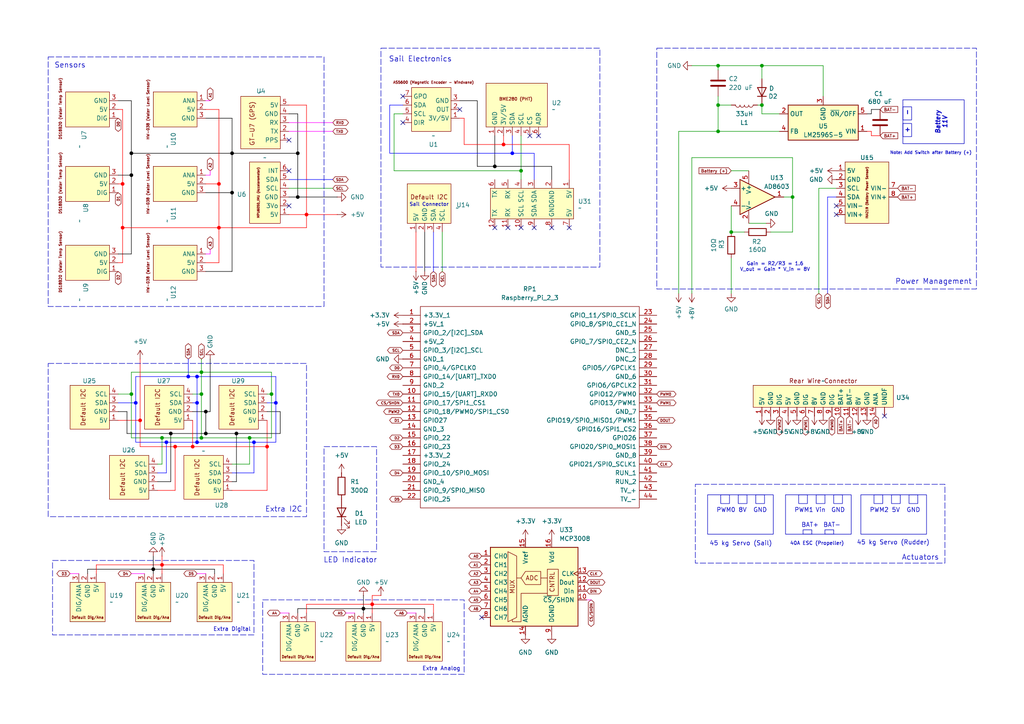
<source format=kicad_sch>
(kicad_sch (version 20231120) (generator "eeschema") (generator_version "8.0")
  (paper "A4")
  (junction (at 63.5 66.04) (color 255 0 0 1))
  (junction (at 105.41 176.53) (color 0 0 0 1))
  (junction (at 86.36 44.45) (color 0 0 0 1))
  (junction (at 107.95 175.26) (color 255 0 0 1))
  (junction (at 73.66 128.27) (color 0 0 255 1))
  (junction (at 38.1 44.45) (color 0 0 0 1))
  (junction (at 57.15 128.27) (color 0 0 255 1))
  (junction (at 58.42 107.95))
  (junction (at 72.39 127))
  (junction (at 220.98 30.48))
  (junction (at 57.15 109.22) (color 0 0 255 1))
  (junction (at 55.88 129.54) (color 255 0 0 1))
  (junction (at 208.28 30.48))
  (junction (at 48.26 128.27) (color 0 0 255 1))
  (junction (at 208.28 38.1))
  (junction (at 229.87 57.15))
  (junction (at 220.98 19.05))
  (junction (at 58.42 127))
  (junction (at 143.51 48.26) (color 0 0 0 1))
  (junction (at 35.56 66.04) (color 255 0 0 1))
  (junction (at 80.01 116.84) (color 0 0 255 1))
  (junction (at 58.42 114.3))
  (junction (at 57.15 116.84) (color 0 0 255 1))
  (junction (at 146.05 41.91) (color 255 0 0 1))
  (junction (at 67.31 44.45) (color 0 0 0 1))
  (junction (at 208.28 19.05))
  (junction (at 68.58 125.73) (color 0 0 0 1))
  (junction (at 46.99 163.83) (color 255 0 0 1))
  (junction (at 59.69 125.73) (color 0 0 0 1))
  (junction (at 212.09 67.31))
  (junction (at 67.31 55.88) (color 0 0 0 1))
  (junction (at 86.36 57.15) (color 0 0 0 1))
  (junction (at 59.69 119.38) (color 0 0 0 1))
  (junction (at 49.53 125.73) (color 0 0 0 1))
  (junction (at 44.45 165.1) (color 0 0 0 1))
  (junction (at 151.13 49.53))
  (junction (at 38.1 50.8) (color 0 0 0 1))
  (junction (at 38.1 114.3))
  (junction (at 54.61 109.22) (color 0 0 255 1))
  (junction (at 39.37 116.84) (color 0 0 255 1))
  (junction (at 77.47 129.54) (color 255 0 0 1))
  (junction (at 88.9 62.23) (color 255 0 0 1))
  (junction (at 46.99 127))
  (junction (at 63.5 53.34) (color 255 0 0 1))
  (junction (at 50.8 129.54) (color 255 0 0 1))
  (junction (at 40.64 121.92) (color 255 0 0 1))
  (junction (at 78.74 114.3))
  (junction (at 35.56 53.34) (color 255 0 0 1))
  (junction (at 148.59 44.45) (color 0 0 255 1))
  (no_connect (at 165.1 66.04))
  (no_connect (at 143.51 66.04))
  (no_connect (at 153.67 39.37))
  (no_connect (at 83.82 49.53))
  (no_connect (at 256.54 120.65))
  (no_connect (at 151.13 66.04))
  (no_connect (at 242.57 59.69))
  (no_connect (at 147.32 66.04))
  (no_connect (at 116.84 27.94))
  (no_connect (at 160.02 66.04))
  (no_connect (at 139.7 179.07))
  (no_connect (at 154.94 66.04))
  (no_connect (at 83.82 40.64))
  (no_connect (at 133.35 31.75))
  (no_connect (at 242.57 62.23))
  (no_connect (at 83.82 59.69))
  (no_connect (at 116.84 35.56))
  (no_connect (at 156.21 39.37))
  (wire (pts (xy 58.42 104.14) (xy 58.42 107.95)))
  (wire (pts (xy 81.28 119.38) (xy 77.47 119.38)) (stroke (width 0) (color 0 0 0 1)))
  (wire (pts (xy 40.64 129.54) (xy 50.8 129.54)) (stroke (width 0) (color 255 0 0 1)))
  (wire (pts (xy 107.95 175.26) (xy 125.73 175.26)) (stroke (width 0) (color 255 0 0 1)))
  (wire (pts (xy 46.99 163.83) (xy 46.99 166.37)) (stroke (width 0) (color 255 0 0 1)))
  (wire (pts (xy 34.29 29.21) (xy 38.1 29.21)) (stroke (width 0) (color 0 0 0 1)))
  (wire (pts (xy 212.09 67.31) (xy 215.9 67.31)))
  (wire (pts (xy 46.99 127) (xy 58.42 127)))
  (wire (pts (xy 171.45 173.99) (xy 170.18 173.99)) (stroke (width 0) (color 255 0 255 1)))
  (wire (pts (xy 67.31 44.45) (xy 86.36 44.45)) (stroke (width 0) (color 0 0 0 1)))
  (wire (pts (xy 88.9 175.26) (xy 107.95 175.26)) (stroke (width 0) (color 255 0 0 1)))
  (wire (pts (xy 60.96 29.21) (xy 59.69 29.21)) (stroke (width 0) (color 255 0 255 1)))
  (wire (pts (xy 252.73 38.1) (xy 252.73 39.37)) (stroke (width 0) (color 255 0 0 1)))
  (wire (pts (xy 58.42 127) (xy 58.42 114.3)))
  (wire (pts (xy 68.58 125.73) (xy 81.28 125.73)) (stroke (width 0) (color 0 0 0 1)))
  (wire (pts (xy 50.8 129.54) (xy 50.8 142.24)) (stroke (width 0) (color 255 0 0 1)))
  (wire (pts (xy 86.36 33.02) (xy 86.36 44.45)) (stroke (width 0) (color 0 0 0 1)))
  (wire (pts (xy 49.53 125.73) (xy 49.53 139.7)) (stroke (width 0) (color 0 0 0 1)))
  (wire (pts (xy 36.83 125.73) (xy 49.53 125.73)) (stroke (width 0) (color 0 0 0 1)))
  (wire (pts (xy 77.47 129.54) (xy 77.47 142.24)) (stroke (width 0) (color 255 0 0 1)))
  (wire (pts (xy 146.05 41.91) (xy 134.62 41.91)) (stroke (width 0) (color 255 0 0 1)))
  (wire (pts (xy 229.87 57.15) (xy 229.87 67.31)))
  (wire (pts (xy 34.29 31.75) (xy 35.56 31.75)) (stroke (width 0) (color 255 0 0 1)))
  (wire (pts (xy 128.27 67.31) (xy 128.27 78.74)))
  (wire (pts (xy 88.9 177.8) (xy 88.9 175.26)) (stroke (width 0) (color 255 0 0 1)))
  (wire (pts (xy 38.1 114.3) (xy 38.1 107.95)))
  (wire (pts (xy 48.26 137.16) (xy 45.72 137.16)) (stroke (width 0) (color 0 0 255 1)))
  (wire (pts (xy 25.4 166.37) (xy 25.4 165.1)) (stroke (width 0) (color 0 0 0 1)))
  (wire (pts (xy 57.15 166.37) (xy 59.69 166.37)) (stroke (width 0) (color 255 0 255 1)))
  (wire (pts (xy 73.66 137.16) (xy 67.31 137.16)) (stroke (width 0) (color 0 0 255 1)))
  (wire (pts (xy 105.41 172.72) (xy 105.41 176.53)) (stroke (width 0) (color 0 0 0 1)))
  (wire (pts (xy 238.76 27.94) (xy 238.76 19.05)))
  (wire (pts (xy 229.87 67.31) (xy 223.52 67.31)))
  (wire (pts (xy 39.37 116.84) (xy 39.37 128.27)) (stroke (width 0) (color 0 0 255 1)))
  (wire (pts (xy 39.37 116.84) (xy 39.37 109.22)) (stroke (width 0) (color 0 0 255 1)))
  (wire (pts (xy 73.66 128.27) (xy 73.66 137.16)) (stroke (width 0) (color 0 0 255 1)))
  (wire (pts (xy 252.73 31.75) (xy 255.27 31.75)) (stroke (width 0) (color 0 0 0 1)))
  (wire (pts (xy 77.47 142.24) (xy 67.31 142.24)) (stroke (width 0) (color 255 0 0 1)))
  (wire (pts (xy 81.28 177.8) (xy 83.82 177.8)) (stroke (width 0) (color 255 0 255 1)))
  (wire (pts (xy 200.66 45.72) (xy 200.66 85.09)))
  (wire (pts (xy 35.56 66.04) (xy 35.56 76.2)) (stroke (width 0) (color 255 0 0 1)))
  (wire (pts (xy 138.43 29.21) (xy 133.35 29.21)) (stroke (width 0) (color 0 0 0 1)))
  (wire (pts (xy 83.82 38.1) (xy 96.52 38.1)) (stroke (width 0) (color 255 0 255 1)))
  (wire (pts (xy 50.8 129.54) (xy 55.88 129.54)) (stroke (width 0) (color 255 0 0 1)))
  (wire (pts (xy 83.82 30.48) (xy 88.9 30.48)) (stroke (width 0) (color 255 0 0 1)))
  (wire (pts (xy 46.99 161.29) (xy 46.99 163.83)) (stroke (width 0) (color 255 0 0 1)))
  (wire (pts (xy 35.56 66.04) (xy 63.5 66.04)) (stroke (width 0) (color 255 0 0 1)))
  (wire (pts (xy 59.69 119.38) (xy 60.96 119.38)) (stroke (width 0) (color 0 0 0 1)))
  (wire (pts (xy 49.53 125.73) (xy 59.69 125.73)) (stroke (width 0) (color 0 0 0 1)))
  (wire (pts (xy 143.51 48.26) (xy 143.51 39.37)) (stroke (width 0) (color 0 0 0 1)))
  (wire (pts (xy 105.41 176.53) (xy 123.19 176.53)) (stroke (width 0) (color 0 0 0 1)))
  (wire (pts (xy 134.62 41.91) (xy 134.62 34.29)) (stroke (width 0) (color 255 0 0 1)))
  (wire (pts (xy 38.1 44.45) (xy 38.1 50.8)) (stroke (width 0) (color 0 0 0 1)))
  (wire (pts (xy 151.13 49.53) (xy 114.3 49.53)))
  (wire (pts (xy 138.43 48.26) (xy 138.43 29.21)) (stroke (width 0) (color 0 0 0 1)))
  (wire (pts (xy 252.73 39.37) (xy 255.27 39.37)) (stroke (width 0) (color 255 0 0 1)))
  (wire (pts (xy 44.45 165.1) (xy 62.23 165.1)) (stroke (width 0) (color 0 0 0 1)))
  (wire (pts (xy 146.05 41.91) (xy 146.05 39.37)) (stroke (width 0) (color 255 0 0 1)))
  (wire (pts (xy 62.23 165.1) (xy 62.23 166.37)) (stroke (width 0) (color 0 0 0 1)))
  (wire (pts (xy 40.64 121.92) (xy 40.64 129.54)) (stroke (width 0) (color 255 0 0 1)))
  (wire (pts (xy 151.13 39.37) (xy 151.13 49.53)))
  (wire (pts (xy 59.69 31.75) (xy 63.5 31.75)) (stroke (width 0) (color 255 0 0 1)))
  (wire (pts (xy 212.09 49.53) (xy 217.17 49.53)))
  (wire (pts (xy 55.88 129.54) (xy 77.47 129.54)) (stroke (width 0) (color 255 0 0 1)))
  (wire (pts (xy 35.56 31.75) (xy 35.56 53.34)) (stroke (width 0) (color 255 0 0 1)))
  (wire (pts (xy 83.82 52.07) (xy 96.52 52.07)) (stroke (width 0) (color 0 0 255 1)))
  (wire (pts (xy 46.99 163.83) (xy 64.77 163.83)) (stroke (width 0) (color 255 0 0 1)))
  (wire (pts (xy 148.59 44.45) (xy 113.03 44.45)) (stroke (width 0) (color 0 0 255 1)))
  (wire (pts (xy 67.31 78.74) (xy 59.69 78.74)) (stroke (width 0) (color 0 0 0 1)))
  (wire (pts (xy 107.95 172.72) (xy 107.95 175.26)) (stroke (width 0) (color 255 0 0 1)))
  (wire (pts (xy 68.58 125.73) (xy 68.58 139.7)) (stroke (width 0) (color 0 0 0 1)))
  (wire (pts (xy 64.77 163.83) (xy 64.77 166.37)) (stroke (width 0) (color 255 0 0 1)))
  (wire (pts (xy 38.1 44.45) (xy 67.31 44.45)) (stroke (width 0) (color 0 0 0 1)))
  (wire (pts (xy 40.64 104.14) (xy 40.64 121.92)) (stroke (width 0) (color 255 0 0 1)))
  (wire (pts (xy 27.94 166.37) (xy 27.94 163.83)) (stroke (width 0) (color 255 0 0 1)))
  (wire (pts (xy 220.98 22.86) (xy 220.98 19.05)))
  (wire (pts (xy 88.9 30.48) (xy 88.9 62.23)) (stroke (width 0) (color 255 0 0 1)))
  (wire (pts (xy 86.36 57.15) (xy 97.79 57.15)) (stroke (width 0) (color 0 0 0 1)))
  (wire (pts (xy 36.83 119.38) (xy 36.83 125.73)) (stroke (width 0) (color 0 0 0 1)))
  (wire (pts (xy 39.37 109.22) (xy 54.61 109.22)) (stroke (width 0) (color 0 0 255 1)))
  (wire (pts (xy 143.51 48.26) (xy 138.43 48.26)) (stroke (width 0) (color 0 0 0 1)))
  (wire (pts (xy 63.5 53.34) (xy 59.69 53.34)) (stroke (width 0) (color 255 0 0 1)))
  (wire (pts (xy 63.5 76.2) (xy 59.69 76.2)) (stroke (width 0) (color 255 0 0 1)))
  (wire (pts (xy 72.39 134.62) (xy 72.39 127)))
  (wire (pts (xy 34.29 116.84) (xy 39.37 116.84)) (stroke (width 0) (color 0 0 255 1)))
  (wire (pts (xy 58.42 127) (xy 72.39 127)))
  (wire (pts (xy 20.32 166.37) (xy 22.86 166.37)) (stroke (width 0) (color 255 0 255 1)))
  (wire (pts (xy 57.15 109.22) (xy 80.01 109.22)) (stroke (width 0) (color 0 0 255 1)))
  (wire (pts (xy 237.49 54.61) (xy 237.49 85.09)))
  (wire (pts (xy 208.28 19.05) (xy 200.66 19.05)))
  (wire (pts (xy 68.58 139.7) (xy 67.31 139.7)) (stroke (width 0) (color 0 0 0 1)))
  (wire (pts (xy 165.1 41.91) (xy 146.05 41.91)) (stroke (width 0) (color 255 0 0 1)))
  (wire (pts (xy 123.19 67.31) (xy 123.19 78.74)) (stroke (width 0) (color 0 0 0 1)))
  (wire (pts (xy 83.82 35.56) (xy 96.52 35.56)) (stroke (width 0) (color 255 0 255 1)))
  (wire (pts (xy 34.29 50.8) (xy 38.1 50.8)) (stroke (width 0) (color 0 0 0 1)))
  (wire (pts (xy 251.46 38.1) (xy 252.73 38.1)) (stroke (width 0) (color 255 0 0 1)))
  (wire (pts (xy 78.74 114.3) (xy 77.47 114.3)))
  (wire (pts (xy 229.87 45.72) (xy 229.87 57.15)))
  (wire (pts (xy 148.59 44.45) (xy 154.94 44.45)) (stroke (width 0) (color 0 0 255 1)))
  (wire (pts (xy 120.65 67.31) (xy 120.65 78.74)) (stroke (width 0) (color 255 0 0 1)))
  (wire (pts (xy 86.36 177.8) (xy 86.36 176.53)) (stroke (width 0) (color 0 0 0 1)))
  (wire (pts (xy 72.39 127) (xy 78.74 127)))
  (wire (pts (xy 196.85 38.1) (xy 196.85 85.09)))
  (wire (pts (xy 160.02 48.26) (xy 160.02 52.07)) (stroke (width 0) (color 0 0 0 1)))
  (wire (pts (xy 208.28 30.48) (xy 208.28 38.1)))
  (wire (pts (xy 125.73 67.31) (xy 125.73 78.74)) (stroke (width 0) (color 0 0 255 1)))
  (wire (pts (xy 220.98 30.48) (xy 219.71 30.48)))
  (wire (pts (xy 67.31 34.29) (xy 59.69 34.29)) (stroke (width 0) (color 0 0 0 1)))
  (wire (pts (xy 220.98 19.05) (xy 208.28 19.05)))
  (wire (pts (xy 38.1 73.66) (xy 34.29 73.66)) (stroke (width 0) (color 0 0 0 1)))
  (wire (pts (xy 123.19 176.53) (xy 123.19 177.8)) (stroke (width 0) (color 0 0 0 1)))
  (wire (pts (xy 58.42 107.95) (xy 58.42 114.3)))
  (wire (pts (xy 59.69 125.73) (xy 68.58 125.73)) (stroke (width 0) (color 0 0 0 1)))
  (wire (pts (xy 73.66 128.27) (xy 80.01 128.27)) (stroke (width 0) (color 0 0 255 1)))
  (wire (pts (xy 63.5 66.04) (xy 88.9 66.04)) (stroke (width 0) (color 255 0 0 1)))
  (wire (pts (xy 105.41 176.53) (xy 105.41 177.8)) (stroke (width 0) (color 0 0 0 1)))
  (wire (pts (xy 80.01 109.22) (xy 80.01 116.84)) (stroke (width 0) (color 0 0 255 1)))
  (wire (pts (xy 125.73 175.26) (xy 125.73 177.8)) (stroke (width 0) (color 255 0 0 1)))
  (wire (pts (xy 59.69 50.8) (xy 60.96 50.8)) (stroke (width 0) (color 255 0 255 1)))
  (wire (pts (xy 86.36 33.02) (xy 83.82 33.02)) (stroke (width 0) (color 0 0 0 1)))
  (wire (pts (xy 226.06 38.1) (xy 208.28 38.1)))
  (wire (pts (xy 113.03 44.45) (xy 113.03 30.48)) (stroke (width 0) (color 0 0 255 1)))
  (wire (pts (xy 55.88 129.54) (xy 55.88 121.92)) (stroke (width 0) (color 255 0 0 1)))
  (wire (pts (xy 252.73 33.02) (xy 252.73 31.75)) (stroke (width 0) (color 0 0 0 1)))
  (wire (pts (xy 238.76 19.05) (xy 220.98 19.05)))
  (wire (pts (xy 49.53 139.7) (xy 45.72 139.7)) (stroke (width 0) (color 0 0 0 1)))
  (wire (pts (xy 229.87 57.15) (xy 227.33 57.15)))
  (wire (pts (xy 63.5 53.34) (xy 63.5 66.04)) (stroke (width 0) (color 255 0 0 1)))
  (wire (pts (xy 59.69 119.38) (xy 55.88 119.38)) (stroke (width 0) (color 0 0 0 1)))
  (wire (pts (xy 60.96 73.66) (xy 60.96 72.39)) (stroke (width 0) (color 255 0 255 1)))
  (wire (pts (xy 134.62 34.29) (xy 133.35 34.29)) (stroke (width 0) (color 255 0 0 1)))
  (wire (pts (xy 25.4 165.1) (xy 44.45 165.1)) (stroke (width 0) (color 0 0 0 1)))
  (wire (pts (xy 208.28 30.48) (xy 212.09 30.48)))
  (wire (pts (xy 220.98 33.02) (xy 220.98 30.48)))
  (wire (pts (xy 200.66 45.72) (xy 229.87 45.72)))
  (wire (pts (xy 67.31 134.62) (xy 72.39 134.62)))
  (wire (pts (xy 114.3 49.53) (xy 114.3 33.02)))
  (wire (pts (xy 83.82 54.61) (xy 96.52 54.61)))
  (wire (pts (xy 54.61 109.22) (xy 57.15 109.22)) (stroke (width 0) (color 0 0 255 1)))
  (wire (pts (xy 80.01 128.27) (xy 80.01 116.84)) (stroke (width 0) (color 0 0 255 1)))
  (wire (pts (xy 208.28 30.48) (xy 208.28 27.94)))
  (wire (pts (xy 86.36 57.15) (xy 83.82 57.15)) (stroke (width 0) (color 0 0 0 1)))
  (wire (pts (xy 38.1 50.8) (xy 38.1 73.66)) (stroke (width 0) (color 0 0 0 1)))
  (wire (pts (xy 67.31 44.45) (xy 67.31 55.88)) (stroke (width 0) (color 0 0 0 1)))
  (wire (pts (xy 39.37 128.27) (xy 48.26 128.27)) (stroke (width 0) (color 0 0 255 1)))
  (wire (pts (xy 67.31 55.88) (xy 59.69 55.88)) (stroke (width 0) (color 0 0 0 1)))
  (wire (pts (xy 251.46 33.02) (xy 252.73 33.02)) (stroke (width 0) (color 0 0 0 1)))
  (wire (pts (xy 34.29 121.92) (xy 40.64 121.92)) (stroke (width 0) (color 255 0 0 1)))
  (wire (pts (xy 80.01 116.84) (xy 77.47 116.84)) (stroke (width 0) (color 0 0 255 1)))
  (wire (pts (xy 222.25 64.77) (xy 217.17 64.77)))
  (wire (pts (xy 50.8 142.24) (xy 45.72 142.24)) (stroke (width 0) (color 255 0 0 1)))
  (wire (pts (xy 240.03 57.15) (xy 240.03 85.09)) (stroke (width 0) (color 0 0 255 1)))
  (wire (pts (xy 60.96 104.14) (xy 60.96 119.38)) (stroke (width 0) (color 0 0 0 1)))
  (wire (pts (xy 86.36 44.45) (xy 86.36 57.15)) (stroke (width 0) (color 0 0 0 1)))
  (wire (pts (xy 57.15 116.84) (xy 55.88 116.84)) (stroke (width 0) (color 0 0 255 1)))
  (wire (pts (xy 100.33 177.8) (xy 102.87 177.8)) (stroke (width 0) (color 255 0 255 1)))
  (wire (pts (xy 83.82 62.23) (xy 88.9 62.23)) (stroke (width 0) (color 255 0 0 1)))
  (wire (pts (xy 59.69 125.73) (xy 59.69 119.38)) (stroke (width 0) (color 0 0 0 1)))
  (wire (pts (xy 44.45 165.1) (xy 44.45 166.37)) (stroke (width 0) (color 0 0 0 1)))
  (wire (pts (xy 57.15 128.27) (xy 48.26 128.27)) (stroke (width 0) (color 0 0 255 1)))
  (wire (pts (xy 57.15 116.84) (xy 57.15 128.27)) (stroke (width 0) (color 0 0 255 1)))
  (wire (pts (xy 86.36 176.53) (xy 105.41 176.53)) (stroke (width 0) (color 0 0 0 1)))
  (wire (pts (xy 67.31 34.29) (xy 67.31 44.45)) (stroke (width 0) (color 0 0 0 1)))
  (wire (pts (xy 38.1 107.95) (xy 58.42 107.95)))
  (wire (pts (xy 88.9 62.23) (xy 97.79 62.23)) (stroke (width 0) (color 255 0 0 1)))
  (wire (pts (xy 107.95 172.72) (xy 110.49 172.72)) (stroke (width 0) (color 255 0 0 1)))
  (wire (pts (xy 38.1 166.37) (xy 41.91 166.37)) (stroke (width 0) (color 255 0 255 1)))
  (wire (pts (xy 114.3 33.02) (xy 116.84 33.02)))
  (wire (pts (xy 58.42 107.95) (xy 78.74 107.95)))
  (wire (pts (xy 160.02 48.26) (xy 143.51 48.26)) (stroke (width 0) (color 0 0 0 1)))
  (wire (pts (xy 57.15 128.27) (xy 73.66 128.27)) (stroke (width 0) (color 0 0 255 1)))
  (wire (pts (xy 165.1 41.91) (xy 165.1 52.07)) (stroke (width 0) (color 255 0 0 1)))
  (wire (pts (xy 78.74 127) (xy 78.74 114.3)))
  (wire (pts (xy 208.28 20.32) (xy 208.28 19.05)))
  (wire (pts (xy 226.06 33.02) (xy 220.98 33.02)))
  (wire (pts (xy 240.03 57.15) (xy 242.57 57.15)) (stroke (width 0) (color 0 0 255 1)))
  (wire (pts (xy 151.13 49.53) (xy 151.13 52.07)))
  (wire (pts (xy 63.5 66.04) (xy 63.5 76.2)) (stroke (width 0) (color 255 0 0 1)))
  (wire (pts (xy 77.47 129.54) (xy 77.47 121.92)) (stroke (width 0) (color 255 0 0 1)))
  (wire (pts (xy 58.42 114.3) (xy 55.88 114.3)))
  (wire (pts (xy 46.99 134.62) (xy 46.99 127)))
  (wire (pts (xy 107.95 175.26) (xy 107.95 177.8)) (stroke (width 0) (color 255 0 0 1)))
  (wire (pts (xy 118.11 177.8) (xy 120.65 177.8)) (stroke (width 0) (color 255 0 255 1)))
  (wire (pts (xy 45.72 134.62) (xy 46.99 134.62)))
  (wire (pts (xy 48.26 128.27) (xy 48.26 137.16)) (stroke (width 0) (color 0 0 255 1)))
  (wire (pts (xy 57.15 109.22) (xy 57.15 116.84)) (stroke (width 0) (color 0 0 255 1)))
  (wire (pts (xy 59.69 73.66) (xy 60.96 73.66)) (stroke (width 0) (color 255 0 255 1)))
  (wire (pts (xy 46.99 127) (xy 38.1 127)))
  (wire (pts (xy 34.29 114.3) (xy 38.1 114.3)))
  (wire (pts (xy 237.49 54.61) (xy 242.57 54.61)))
  (wire (pts (xy 44.45 161.29) (xy 44.45 165.1)) (stroke (width 0) (color 0 0 0 1)))
  (wire (pts (xy 154.94 44.45) (xy 154.94 52.07)) (stroke (width 0) (color 0 0 255 1)))
  (wire (pts (xy 196.85 38.1) (xy 208.28 38.1)))
  (wire (pts (xy 113.03 30.48) (xy 116.84 30.48)) (stroke (width 0) (color 0 0 255 1)))
  (wire (pts (xy 63.5 31.75) (xy 63.5 53.34)) (stroke (width 0) (color 255 0 0 1)))
  (wire (pts (xy 81.28 125.73) (xy 81.28 119.38)) (stroke (width 0) (color 0 0 0 1)))
  (wire (pts (xy 212.09 85.09) (xy 212.09 74.93)))
  (wire (pts (xy 212.09 59.69) (xy 212.09 67.31)))
  (wire (pts (xy 60.96 50.8) (xy 60.96 49.53)) (stroke (width 0) (color 255 0 255 1)))
  (wire (pts (xy 27.94 163.83) (xy 46.99 163.83)) (stroke (width 0) (color 255 0 0 1)))
  (wire (pts (xy 67.31 55.88) (xy 67.31 78.74)) (stroke (width 0) (color 0 0 0 1)))
  (wire (pts (xy 78.74 107.95) (xy 78.74 114.3)))
  (wire (pts (xy 148.59 39.37) (xy 148.59 44.45)) (stroke (width 0) (color 0 0 255 1)))
  (wire (pts (xy 35.56 76.2) (xy 34.29 76.2)) (stroke (width 0) (color 255 0 0 1)))
  (wire (pts (xy 35.56 53.34) (xy 34.29 53.34)) (stroke (width 0) (color 255 0 0 1)))
  (wire (pts (xy 38.1 29.21) (xy 38.1 44.45)) (stroke (width 0) (color 0 0 0 1)))
  (wire (pts (xy 54.61 104.14) (xy 54.61 109.22)) (stroke (width 0) (color 0 0 255 1)))
  (wire (pts (xy 34.29 119.38) (xy 36.83 119.38)) (stroke (width 0) (color 0 0 0 1)))
  (wire (pts (xy 35.56 53.34) (xy 35.56 66.04)) (stroke (width 0) (color 255 0 0 1)))
  (wire (pts (xy 38.1 127) (xy 38.1 114.3)))
  (wire (pts (xy 88.9 62.23) (xy 88.9 66.04)) (stroke (width 0) (color 255 0 0 1)))
  (rectangle (start 261.874 35.814) (end 264.414 39.624))
  (rectangle (start 15.24 162.56) (end 73.66 184.15) (stroke (width 0) (type dash)))
  (rectangle (start 190.5 13.97) (end 283.21 83.82) (stroke (width 0) (type dash)))
  (rectangle (start 205.232 143.51) (end 224.282 154.94))
  (rectangle (start 227.838 143.51) (end 246.888 154.94))
  (rectangle (start 201.676 140.462) (end 274.066 163.322) (stroke (width 0) (type dash)))
  (rectangle (start 219.202 143.51) (end 221.742 146.05))
  (rectangle (start 232.918 153.67) (end 235.458 154.94))
  (rectangle (start 263.652 143.51) (end 266.192 146.05))
  (rectangle (start 231.648 143.51) (end 234.188 146.05))
  (rectangle (start 241.808 143.51) (end 244.348 146.05))
  (rectangle (start 261.874 28.956) (end 279.654 41.656))
  (rectangle (start 258.572 143.51) (end 261.112 146.05))
  (rectangle (start 249.682 143.51) (end 268.732 154.94))
  (rectangle (start 253.492 143.51) (end 256.032 146.05))
  (rectangle (start 261.874 34.798) (end 264.414 30.988))
  (rectangle (start 236.728 143.51) (end 239.268 146.05))
  (rectangle (start 93.98 129.54) (end 109.22 160.02) (stroke (width 0) (type dash)))
  (rectangle (start 110.49 13.97) (end 173.99 77.47) (stroke (width 0) (type dash)))
  (rectangle (start 13.97 105.41) (end 88.9 149.86) (stroke (width 0) (type dash)))
  (rectangle (start 214.122 143.51) (end 216.662 146.05))
  (rectangle (start 76.2 173.99) (end 134.62 195.58) (stroke (width 0) (type dash)))
  (rectangle (start 13.97 16.51) (end 93.98 88.9) (stroke (width 0) (type dash)))
  (rectangle (start 239.268 153.67) (end 241.808 154.94))
  (rectangle (start 209.042 143.51) (end 211.582 146.05))
  (text_box "Notes:\n- Add pin labels\n- Add 15 pin optimization for boat\n- Remove magnetometer\n- Change voltage regulator to IC\n\nPCB to rear:\n- Rudder 5V/GND/SIGNAL\n- ESC 5V/GND/SIGNAL\n- SAIL 8V/GND/SIGNAL\n- Battery VIN/GND\n\nPCB to Sail:\n- Windvane VCC/GND/SCL/SDA\n- PHT VCC/GND/SCL/SDA\n- XBEE VCC/GND/RX/TX" (at 299.72 101.6 0) (size 44.45 35.56) (fill (type color) (color 255 255 194 1)) (effects (font (size 1.27 1.27)) (justify left top)))
  (text "45 kg Servo (Sail)" (at 214.884 157.734 0) (effects (font (size 1.27 1.27))))
  (text "40A ESC (Propeller)" (at 236.982 157.734 0) (effects (font (size 1.016 1.016))))
  (text "GND" (at 264.922 148.082 0) (effects (font (size 1.27 1.27))))
  (text "PWM1" (at 233.172 148.082 0) (effects (font (size 1.27 1.27))))
  (text "PWM2" (at 255.016 148.082 0) (effects (font (size 1.27 1.27))))
  (text "GND" (at 243.078 148.082 0) (effects (font (size 1.27 1.27))))
  (text "45 kg Servo (Rudder)" (at 259.08 157.48 0) (effects (font (size 1.27 1.27))))
  (text "LED Indicator" (at 101.6 162.56 0) (effects (font (size 1.524 1.524))))
  (text "Extra I2C" (at 82.296 147.828 0) (effects (font (size 1.524 1.524))))
  (text "Sail Connector" (at 124.46 59.436 0) (effects (font (size 1.016 1.016))))
  (text "PWM0\n" (at 210.566 148.082 0) (effects (font (size 1.27 1.27))))
  (text "-" (at 263.144 32.766 90) (effects (font (size 1.27 1.27) (bold yes))))
  (text "Note: Add Switch after Battery (+)" (at 270.002 44.45 0) (effects (font (size 0.889 0.889))))
  (text "BAT-" (at 241.3 152.4 0) (effects (font (size 1.27 1.27))))
  (text "8V" (at 215.392 148.082 0) (effects (font (size 1.27 1.27))))
  (text "Battery\n11V" (at 273.05 35.56 90) (effects (font (size 1.27 1.27) (thickness 0.254) (bold yes) (italic yes))))
  (text "Power Management" (at 270.764 81.788 0) (effects (font (size 1.524 1.524))))
  (text "Sail Electronics" (at 121.92 17.272 0) (effects (font (size 1.524 1.524))))
  (text "GND" (at 220.472 148.082 0) (effects (font (size 1.27 1.27))))
  (text "+" (at 263.144 37.846 90) (effects (font (size 1.27 1.27) (bold yes))))
  (text "Gain = R2/R3 = 1.6\nV_out = Gain * V_in = 8V" (at 224.79 77.47 0) (effects (font (size 1.016 1.016))))
  (text "Extra Digital" (at 67.31 182.626 0) (effects (font (size 1.143 1.143))))
  (text "Vin" (at 237.998 148.082 0) (effects (font (size 1.27 1.27))))
  (text "5V" (at 259.842 148.082 0) (effects (font (size 1.27 1.27))))
  (text "Sensors" (at 20.32 19.05 0) (effects (font (size 1.524 1.524))))
  (text "Actuators" (at 266.954 161.798 0) (effects (font (size 1.524 1.524))))
  (text "Extra Analog" (at 128.016 194.056 0) (effects (font (size 1.143 1.143))))
  (text "BAT+" (at 234.95 152.4 0) (effects (font (size 1.27 1.27))))
  (global_label "CLK" (shape bidirectional) (at 170.18 166.37 0) (effects (font (size 0.762 0.762) (bold yes))) (property "Intersheetrefs" "${INTERSHEET_REFS}" (effects (hide yes))))
  (global_label "SDA" (shape bidirectional) (at 240.03 85.09 270) (effects (font (size 0.762 0.762) (bold yes))) (property "Intersheetrefs" "${INTERSHEET_REFS}" (effects (hide yes))))
  (global_label "BAT+" (shape input) (at 255.27 39.37 0) (effects (font (size 0.889 0.889))) (property "Intersheetrefs" "${INTERSHEET_REFS}" (effects (hide yes))))
  (global_label "D0" (shape bidirectional) (at 34.29 34.29 270) (effects (font (size 0.762 0.762) (bold yes))) (property "Intersheetrefs" "${INTERSHEET_REFS}" (effects (hide yes))))
  (global_label "D3" (shape bidirectional) (at 20.32 166.37 180) (effects (font (size 0.762 0.762) (bold yes))) (property "Intersheetrefs" "${INTERSHEET_REFS}" (effects (hide yes))))
  (global_label "D3" (shape bidirectional) (at 116.84 129.54 180) (effects (font (size 0.762 0.762) (bold yes))) (property "Intersheetrefs" "${INTERSHEET_REFS}" (effects (hide yes))))
  (global_label "A0" (shape bidirectional) (at 139.7 161.29 180) (effects (font (size 0.762 0.762) (bold yes))) (property "Intersheetrefs" "${INTERSHEET_REFS}" (effects (hide yes))))
  (global_label "BAT-" (shape input) (at 255.27 31.75 0) (effects (font (size 0.889 0.889))) (property "Intersheetrefs" "${INTERSHEET_REFS}" (effects (hide yes))))
  (global_label "RX0" (shape bidirectional) (at 96.52 35.56 0) (effects (font (size 0.762 0.762) (bold yes))) (property "Intersheetrefs" "${INTERSHEET_REFS}" (effects (hide yes))))
  (global_label "DIN" (shape bidirectional) (at 190.5 129.54 0) (effects (font (size 0.762 0.762) (bold yes))) (property "Intersheetrefs" "${INTERSHEET_REFS}" (effects (hide yes))))
  (global_label "D0" (shape bidirectional) (at 116.84 106.68 180) (effects (font (size 0.762 0.762) (bold yes))) (property "Intersheetrefs" "${INTERSHEET_REFS}" (effects (hide yes))))
  (global_label "D5" (shape bidirectional) (at 57.15 166.37 180) (effects (font (size 0.762 0.762) (bold yes))) (property "Intersheetrefs" "${INTERSHEET_REFS}" (effects (hide yes))))
  (global_label "D4" (shape bidirectional) (at 38.1 166.37 180) (effects (font (size 0.762 0.762) (bold yes))) (property "Intersheetrefs" "${INTERSHEET_REFS}" (effects (hide yes))))
  (global_label "CLK" (shape bidirectional) (at 190.5 134.62 0) (effects (font (size 0.762 0.762) (bold yes))) (property "Intersheetrefs" "${INTERSHEET_REFS}" (effects (hide yes))))
  (global_label "SCL" (shape bidirectional) (at 116.84 101.6 180) (effects (font (size 0.762 0.762) (bold yes))) (property "Intersheetrefs" "${INTERSHEET_REFS}" (effects (hide yes))))
  (global_label "BAT+" (shape input) (at 260.35 57.15 0) (effects (font (size 0.889 0.889))) (property "Intersheetrefs" "${INTERSHEET_REFS}" (effects (hide yes))))
  (global_label "BAT+" (shape input) (at 243.84 120.65 270) (effects (font (size 0.889 0.889))) (property "Intersheetrefs" "${INTERSHEET_REFS}" (effects (hide yes))))
  (global_label "SDA" (shape bidirectional) (at 54.61 104.14 90) (effects (font (size 0.762 0.762) (bold yes))) (property "Intersheetrefs" "${INTERSHEET_REFS}" (effects (hide yes))))
  (global_label "A2" (shape bidirectional) (at 139.7 166.37 180) (effects (font (size 0.762 0.762) (bold yes))) (property "Intersheetrefs" "${INTERSHEET_REFS}" (effects (hide yes))))
  (global_label "PWM2" (shape bidirectional) (at 116.84 119.38 180) (effects (font (size 0.762 0.762) (bold yes))) (property "Intersheetrefs" "${INTERSHEET_REFS}" (effects (hide yes))))
  (global_label "A1" (shape bidirectional) (at 139.7 163.83 180) (effects (font (size 0.762 0.762) (bold yes))) (property "Intersheetrefs" "${INTERSHEET_REFS}" (effects (hide yes))))
  (global_label "D2" (shape bidirectional) (at 34.29 78.74 270) (effects (font (size 0.762 0.762) (bold yes))) (property "Intersheetrefs" "${INTERSHEET_REFS}" (effects (hide yes))))
  (global_label "A4" (shape bidirectional) (at 139.7 171.45 180) (effects (font (size 0.762 0.762) (bold yes))) (property "Intersheetrefs" "${INTERSHEET_REFS}" (effects (hide yes))))
  (global_label "A1" (shape bidirectional) (at 60.96 29.21 90) (effects (font (size 0.762 0.762) (bold yes))) (property "Intersheetrefs" "${INTERSHEET_REFS}" (effects (hide yes))))
  (global_label "D1" (shape bidirectional) (at 116.84 121.92 180) (effects (font (size 0.762 0.762) (bold yes))) (property "Intersheetrefs" "${INTERSHEET_REFS}" (effects (hide yes))))
  (global_label "TX0" (shape bidirectional) (at 116.84 114.3 180) (effects (font (size 0.762 0.762) (bold yes))) (property "Intersheetrefs" "${INTERSHEET_REFS}" (effects (hide yes))))
  (global_label "SCL" (shape bidirectional) (at 237.49 85.09 270) (effects (font (size 0.762 0.762) (bold yes))) (property "Intersheetrefs" "${INTERSHEET_REFS}" (effects (hide yes))))
  (global_label "PWM1" (shape bidirectional) (at 190.5 116.84 0) (effects (font (size 0.762 0.762) (bold yes))) (property "Intersheetrefs" "${INTERSHEET_REFS}" (effects (hide yes))))
  (global_label "BAT-" (shape input) (at 246.38 120.65 270) (effects (font (size 0.889 0.889))) (property "Intersheetrefs" "${INTERSHEET_REFS}" (effects (hide yes))))
  (global_label "CS{slash}SHDN" (shape bidirectional) (at 116.84 116.84 180) (effects (font (size 0.762 0.762) (bold yes))) (property "Intersheetrefs" "${INTERSHEET_REFS}" (effects (hide yes))))
  (global_label "D4" (shape bidirectional) (at 116.84 137.16 180) (effects (font (size 0.762 0.762) (bold yes))) (property "Intersheetrefs" "${INTERSHEET_REFS}" (effects (hide yes))))
  (global_label "PWM2" (shape bidirectional) (at 226.06 120.65 270) (effects (font (size 0.762 0.762) (bold yes))) (property "Intersheetrefs" "${INTERSHEET_REFS}" (effects (hide yes))))
  (global_label "D1" (shape bidirectional) (at 34.29 55.88 270) (effects (font (size 0.762 0.762) (bold yes))) (property "Intersheetrefs" "${INTERSHEET_REFS}" (effects (hide yes))))
  (global_label "A3" (shape bidirectional) (at 139.7 168.91 180) (effects (font (size 0.762 0.762) (bold yes))) (property "Intersheetrefs" "${INTERSHEET_REFS}" (effects (hide yes))))
  (global_label "A6" (shape bidirectional) (at 118.11 177.8 180) (effects (font (size 0.762 0.762) (bold yes))) (property "Intersheetrefs" "${INTERSHEET_REFS}" (effects (hide yes))))
  (global_label "DOUT" (shape bidirectional) (at 170.18 168.91 0) (effects (font (size 0.762 0.762) (bold yes))) (property "Intersheetrefs" "${INTERSHEET_REFS}" (effects (hide yes))))
  (global_label "A2" (shape bidirectional) (at 60.96 49.53 90) (effects (font (size 0.762 0.762) (bold yes))) (property "Intersheetrefs" "${INTERSHEET_REFS}" (effects (hide yes))))
  (global_label "A6" (shape bidirectional) (at 139.7 176.53 180) (effects (font (size 0.762 0.762) (bold yes))) (property "Intersheetrefs" "${INTERSHEET_REFS}" (effects (hide yes))))
  (global_label "A5" (shape bidirectional) (at 139.7 173.99 180) (effects (font (size 0.762 0.762) (bold yes))) (property "Intersheetrefs" "${INTERSHEET_REFS}" (effects (hide yes))))
  (global_label "PWM0" (shape bidirectional) (at 190.5 114.3 0) (effects (font (size 0.762 0.762) (bold yes))) (property "Intersheetrefs" "${INTERSHEET_REFS}" (effects (hide yes))))
  (global_label "D2" (shape bidirectional) (at 116.84 127 180) (effects (font (size 0.762 0.762) (bold yes))) (property "Intersheetrefs" "${INTERSHEET_REFS}" (effects (hide yes))))
  (global_label "SCL" (shape bidirectional) (at 96.52 54.61 0) (effects (font (size 0.762 0.762) (bold yes))) (property "Intersheetrefs" "${INTERSHEET_REFS}" (effects (hide yes))))
  (global_label "A3" (shape bidirectional) (at 60.96 72.39 90) (effects (font (size 0.762 0.762) (bold yes))) (property "Intersheetrefs" "${INTERSHEET_REFS}" (effects (hide yes))))
  (global_label "Battery (+)" (shape input) (at 212.09 49.53 180) (effects (font (size 0.889 0.889))) (property "Intersheetrefs" "${INTERSHEET_REFS}" (effects (hide yes))))
  (global_label "CS{slash}SHDN" (shape bidirectional) (at 171.45 173.99 270) (effects (font (size 0.762 0.762) (bold yes))) (property "Intersheetrefs" "${INTERSHEET_REFS}" (effects (hide yes))))
  (global_label "A4" (shape bidirectional) (at 81.28 177.8 180) (effects (font (size 0.762 0.762) (bold yes))) (property "Intersheetrefs" "${INTERSHEET_REFS}" (effects (hide yes))))
  (global_label "SDA" (shape bidirectional) (at 125.73 78.74 270) (effects (font (size 0.762 0.762) (bold yes))) (property "Intersheetrefs" "${INTERSHEET_REFS}" (effects (hide yes))))
  (global_label "RX0" (shape bidirectional) (at 116.84 109.22 180) (effects (font (size 0.762 0.762) (bold yes))) (property "Intersheetrefs" "${INTERSHEET_REFS}" (effects (hide yes))))
  (global_label "SDA" (shape bidirectional) (at 116.84 96.52 180) (effects (font (size 0.762 0.762) (bold yes))) (property "Intersheetrefs" "${INTERSHEET_REFS}" (effects (hide yes))))
  (global_label "DIN" (shape bidirectional) (at 170.18 171.45 0) (effects (font (size 0.762 0.762) (bold yes))) (property "Intersheetrefs" "${INTERSHEET_REFS}" (effects (hide yes))))
  (global_label "PWM1" (shape bidirectional) (at 233.68 120.65 270) (effects (font (size 0.762 0.762) (bold yes))) (property "Intersheetrefs" "${INTERSHEET_REFS}" (effects (hide yes))))
  (global_label "SCL" (shape bidirectional) (at 128.27 78.74 270) (effects (font (size 0.762 0.762) (bold yes))) (property "Intersheetrefs" "${INTERSHEET_REFS}" (effects (hide yes))))
  (global_label "A5" (shape bidirectional) (at 100.33 177.8 180) (effects (font (size 0.762 0.762) (bold yes))) (property "Intersheetrefs" "${INTERSHEET_REFS}" (effects (hide yes))))
  (global_label "BAT-" (shape input) (at 260.35 54.61 0) (effects (font (size 0.889 0.889))) (property "Intersheetrefs" "${INTERSHEET_REFS}" (effects (hide yes))))
  (global_label "D5" (shape bidirectional) (at 116.84 144.78 180) (effects (font (size 0.762 0.762) (bold yes))) (property "Intersheetrefs" "${INTERSHEET_REFS}" (effects (hide yes))))
  (global_label "DOUT" (shape bidirectional) (at 190.5 121.92 0) (effects (font (size 0.762 0.762) (bold yes))) (property "Intersheetrefs" "${INTERSHEET_REFS}" (effects (hide yes))))
  (global_label "SDA" (shape bidirectional) (at 96.52 52.07 0) (effects (font (size 0.762 0.762) (bold yes))) (property "Intersheetrefs" "${INTERSHEET_REFS}" (effects (hide yes))))
  (global_label "A0" (shape bidirectional) (at 254 120.65 270) (effects (font (size 0.762 0.762) (bold yes))) (property "Intersheetrefs" "${INTERSHEET_REFS}" (effects (hide yes))))
  (global_label "PWM0" (shape bidirectional) (at 241.3 120.65 270) (effects (font (size 0.762 0.762) (bold yes))) (property "Intersheetrefs" "${INTERSHEET_REFS}" (effects (hide yes))))
  (global_label "SCL" (shape bidirectional) (at 58.42 104.14 90) (effects (font (size 0.762 0.762) (bold yes))) (property "Intersheetrefs" "${INTERSHEET_REFS}" (effects (hide yes))))
  (global_label "TX0" (shape bidirectional) (at 96.52 38.1 0) (effects (font (size 0.762 0.762) (bold yes))) (property "Intersheetrefs" "${INTERSHEET_REFS}" (effects (hide yes))))
  (symbol (lib_id "Amplifier_Operational:AD8603") (at 219.71 57.15 0) (unit 1)
    (property "Reference" "U13" (at 225.298 51.562 0))
    (property "Value" "AD8603" (at 225.298 54.102 0))
    (property "Footprint" "Package_TO_SOT_SMD:TSOT-23-5" (effects (hide yes)))
    (property "Datasheet" "https://www.analog.com/media/en/technical-documentation/data-sheets/AD8603_8607_8609.pdf" (effects (hide yes)))
    (property "Description" "Precision Micropower, Low Noise CMOS, Rail-to-Rail Input/Output Operational Amplifier, TSOT-23-5" (effects (hide yes)))
  )
  (symbol (lib_id "power:+3.3V") (at 160.02 156.21 0) (unit 1)
    (property "Reference" "#PWR024" (effects (hide yes)))
    (property "Value" "+3.3V" (at 160.02 151.13 0))
    (property "Description" "Power symbol creates a global label with name \"+3.3V\"" (effects (hide yes)))
  )
  (symbol (lib_id "power:GND") (at 231.14 120.65 0) (unit 1)
    (property "Reference" "#PWR035" (effects (hide yes)))
    (property "Value" "GND" (at 231.14 125.222 0))
    (property "Description" "Power symbol creates a global label with name \"GND\" , ground" (effects (hide yes)))
  )
  (symbol (lib_id "power:+5V") (at 228.6 120.65 180) (unit 1)
    (property "Reference" "#PWR030" (effects (hide yes)))
    (property "Value" "+5V" (at 229.87 125.222 0) (effects (justify left)))
    (property "Description" "Power symbol creates a global label with name \"+5V\"" (effects (hide yes)))
  )
  (symbol (lib_id "power:+5V") (at 212.09 54.61 90) (unit 1)
    (property "Reference" "#PWR027" (effects (hide yes)))
    (property "Value" "+5V" (at 208.28 54.6099 90) (effects (justify left)))
    (property "Description" "Power symbol creates a global label with name \"+5V\"" (effects (hide yes)))
  )
  (symbol (lib_id "TAFLab-Symbol-Library:HW-038_WaterLevelSensor") (at 59.69 76.2 0) (unit 1)
    (property "Reference" "U12" (at 50.292 82.804 90) (effects (justify right)))
    (property "Value" "~" (at 48.4615 86.36 90) (effects (justify right)))
    (property "Footprint" "TAFLab-Footprint-Library:HW038_WaterLevelSensor" (effects (hide yes)))
  )
  (symbol (lib_id "Device:C") (at 255.27 35.56 0) (unit 1)
    (property "Reference" "C1" (at 253.492 27.178 0) (effects (justify left)))
    (property "Value" "680 uF" (at 251.714 29.464 0) (effects (justify left)))
    (property "Footprint" "Capacitor_SMD:CP_Elec_3x5.3" (effects (hide yes)))
    (property "Description" "Unpolarized capacitor" (effects (hide yes)))
  )
  (symbol (lib_id "power:+8V") (at 200.66 85.09 180) (unit 1)
    (property "Reference" "#PWR08" (effects (hide yes)))
    (property "Value" "+8V" (at 200.66 90.932 90))
    (property "Description" "Power symbol creates a global label with name \"+8V\"" (effects (hide yes)))
  )
  (symbol (lib_id "TAFLab-Symbol-Library:MPU6050_IMU_Accelerometer") (at 83.82 59.69 180) (unit 1)
    (property "Reference" "U6" (at 70.104 56.388 0))
    (property "Value" "~" (at 76.835 45.72 0))
    (property "Footprint" "TAFLab-Footprint-Library:MPU6050_IMU_Accelerometer" (effects (hide yes)))
  )
  (symbol (lib_id "TAFLab-Symbol-Library:BME280_PHT") (at 146.05 39.37 90) (unit 1)
    (property "Reference" "U2" (at 160.02 29.8449 90) (effects (justify right)))
    (property "Value" "~" (at 160.02 31.75 90) (effects (justify right)))
    (property "Footprint" "TAFLab-Footprint-Library:BME280_PHT" (effects (hide yes)))
  )
  (symbol (lib_id "TAFLab-Symbol-Library:Default_I2C") (at 77.47 119.38 180) (unit 1)
    (property "Reference" "U29" (at 69.088 110.49 0))
    (property "Value" "~" (at 69.215 110.49 0))
    (property "Footprint" "TAFLab-Footprint-Library:Default4Pin" (effects (hide yes)))
  )
  (symbol (lib_id "TAFLab-Symbol-Library:RearWireConnector") (at 227.33 120.65 90) (unit 1)
    (property "Reference" "U34" (at 261.874 115.316 90))
    (property "Value" "~" (at 238.76 110.49 90))
    (property "Footprint" "TAFLab-Footprint-Library:RearWireConnector" (effects (hide yes)))
  )
  (symbol (lib_id "power:+5V") (at 110.49 172.72 0) (unit 1)
    (property "Reference" "#PWR013" (effects (hide yes)))
    (property "Value" "+5V" (at 110.49 168.91 0))
    (property "Description" "Power symbol creates a global label with name \"+5V\"" (effects (hide yes)))
  )
  (symbol (lib_id "power:GND") (at 99.06 152.4 0) (unit 1)
    (property "Reference" "#PWR029" (effects (hide yes)))
    (property "Value" "GND" (at 99.06 157.48 0))
    (property "Description" "Power symbol creates a global label with name \"GND\" , ground" (effects (hide yes)))
  )
  (symbol (lib_id "Device:R") (at 99.06 140.97 0) (unit 1)
    (property "Reference" "R1" (at 101.6 139.6999 0) (effects (justify left)))
    (property "Value" "300Ω" (at 101.6 142.2399 0) (effects (justify left)))
    (property "Footprint" "Resistor_SMD:R_0201_0603Metric" (effects (hide yes)))
    (property "Description" "Resistor" (effects (hide yes)))
  )
  (symbol (lib_id "power:GND") (at 60.96 104.14 180) (unit 1)
    (property "Reference" "#PWR03" (effects (hide yes)))
    (property "Value" "GND" (at 60.96 99.06 90))
    (property "Description" "Power symbol creates a global label with name \"GND\" , ground" (effects (hide yes)))
  )
  (symbol (lib_id "Device:R") (at 219.71 67.31 90) (unit 1)
    (property "Reference" "R2" (at 219.456 70.104 90))
    (property "Value" "160Ω" (at 219.71 72.39 90))
    (property "Footprint" "Resistor_SMD:R_0201_0603Metric" (effects (hide yes)))
    (property "Description" "Resistor" (effects (hide yes)))
  )
  (symbol (lib_id "power:+5V") (at 46.99 161.29 0) (unit 1)
    (property "Reference" "#PWR014" (effects (hide yes)))
    (property "Value" "+5V" (at 46.99 156.464 90))
    (property "Description" "Power symbol creates a global label with name \"+5V\"" (effects (hide yes)))
  )
  (symbol (lib_id "Analog_ADC:MCP3008") (at 154.94 168.91 0) (unit 1)
    (property "Reference" "U33" (at 162.2141 153.67 0) (effects (justify left)))
    (property "Value" "MCP3008" (at 162.2141 156.21 0) (effects (justify left)))
    (property "Footprint" "TAFLab-Footprint-Library:MCP3008" (effects (hide yes)))
    (property "Datasheet" "http://ww1.microchip.com/downloads/en/DeviceDoc/21295d.pdf" (effects (hide yes)))
    (property "Description" "A/D Converter, 10-Bit, 8-Channel, SPI Interface , 2.7V-5.5V" (effects (hide yes)))
  )
  (symbol (lib_id "power:GND") (at 160.02 184.15 0) (unit 1)
    (property "Reference" "#PWR021" (effects (hide yes)))
    (property "Value" "GND" (at 160.02 189.23 0))
    (property "Description" "Power symbol creates a global label with name \"GND\" , ground" (effects (hide yes)))
  )
  (symbol (lib_id "power:GND") (at 97.79 57.15 90) (unit 1)
    (property "Reference" "#PWR02" (effects (hide yes)))
    (property "Value" "GND" (at 101.6 57.1499 90) (effects (justify right)))
    (property "Description" "Power symbol creates a global label with name \"GND\" , ground" (effects (hide yes)))
  )
  (symbol (lib_id "power:+5V") (at 120.65 78.74 180) (unit 1)
    (property "Reference" "#PWR010" (effects (hide yes)))
    (property "Value" "+5V" (at 120.65 83.566 90))
    (property "Description" "Power symbol creates a global label with name \"+5V\"" (effects (hide yes)))
  )
  (symbol (lib_name "DS18B20_Water_Temp_Sensor_2") (lib_id "TAFLab-Symbol-Library:DS18B20_Water_Temp_Sensor") (at 34.29 53.34 180) (unit 1)
    (property "Reference" "U8" (at 24.892 58.928 90) (effects (justify left)))
    (property "Value" "~" (at 23.0615 63.5 90) (effects (justify left)))
    (property "Footprint" "TAFLab-Footprint-Library:DS18B20_Water_Temp_Sensor" (effects (hide yes)))
  )
  (symbol (lib_id "TAFLab-Symbol-Library:Top_Boat_Symbol") (at 147.32 54.61 180) (unit 1)
    (property "Reference" "U31" (at 167.64 58.4199 0) (effects (justify right)))
    (property "Value" "~" (at 167.64 60.325 0) (effects (justify right)))
    (property "Footprint" "TAFLab-Footprint-Library:Top_Boat_PCB" (effects (hide yes)))
  )
  (symbol (lib_id "TAFLab-Symbol-Library:AS5600_Magnetic_Encoder_Windvane") (at 133.35 31.75 180) (unit 1)
    (property "Reference" "U1" (at 125.73 41.91 0))
    (property "Value" "~" (at 125.73 39.37 0))
    (property "Footprint" "TAFLab-Footprint-Library:AS5600_Magnetic_Encoder_Windvane" (effects (hide yes)))
  )
  (symbol (lib_id "Device:C") (at 208.28 24.13 0) (unit 1)
    (property "Reference" "C2" (at 211.328 22.86 0) (effects (justify left)))
    (property "Value" "220 uF" (at 211.328 25.4 0) (effects (justify left)))
    (property "Footprint" "Capacitor_SMD:CP_Elec_3x5.3" (effects (hide yes)))
    (property "Description" "Unpolarized capacitor" (effects (hide yes)))
  )
  (symbol (lib_name "HW-038_WaterLevelSensor_1") (lib_id "TAFLab-Symbol-Library:HW-038_WaterLevelSensor") (at 59.69 31.75 0) (unit 1)
    (property "Reference" "U10" (at 50.292 38.354 90) (effects (justify right)))
    (property "Value" "~" (at 48.4615 41.91 90) (effects (justify right)))
    (property "Footprint" "TAFLab-Footprint-Library:HW038_WaterLevelSensor" (effects (hide yes)))
  )
  (symbol (lib_id "TAFLab-Symbol-Library:DS18B20_Water_Temp_Sensor") (at 34.29 76.2 180) (unit 1)
    (property "Reference" "U9" (at 24.892 82.042 90) (effects (justify left)))
    (property "Value" "~" (at 23.0615 86.36 90) (effects (justify left)))
    (property "Footprint" "TAFLab-Footprint-Library:DS18B20_Water_Temp_Sensor" (effects (hide yes)))
  )
  (symbol (lib_id "TAFLab-Symbol-Library:INA219_BatteryPowerSensor") (at 242.57 52.07 0) (unit 1)
    (property "Reference" "U15" (at 251.46 45.72 0))
    (property "Value" "~" (at 251.46 45.72 0))
    (property "Footprint" "TAFLab-Footprint-Library:INA219_BatteryPowerSensor" (effects (hide yes)))
  )
  (symbol (lib_id "TAFLab-Symbol-Library:Default_I2C") (at 67.31 139.7 180) (unit 1)
    (property "Reference" "U28" (at 64.262 146.558 0))
    (property "Value" "~" (at 59.055 130.81 0))
    (property "Footprint" "TAFLab-Footprint-Library:Default4Pin" (effects (hide yes)))
  )
  (symbol (lib_id "power:GND") (at 251.46 120.65 0) (unit 1)
    (property "Reference" "#PWR039" (effects (hide yes)))
    (property "Value" "GND" (at 251.46 125.222 0))
    (property "Description" "Power symbol creates a global label with name \"GND\" , ground" (effects (hide yes)))
  )
  (symbol (lib_id "power:GND") (at 123.19 78.74 0) (unit 1)
    (property "Reference" "#PWR019" (effects (hide yes)))
    (property "Value" "GND" (at 123.19 83.566 90))
    (property "Description" "Power symbol creates a global label with name \"GND\" , ground" (effects (hide yes)))
  )
  (symbol (lib_id "power:GND") (at 116.84 104.14 270) (unit 1)
    (property "Reference" "#PWR01" (effects (hide yes)))
    (property "Value" "GND" (at 113.03 104.1399 90) (effects (justify right)))
    (property "Description" "Power symbol creates a global label with name \"GND\" , ground" (effects (hide yes)))
  )
  (symbol (lib_id "TAFLab-Symbol-Library:Default_Dig/Ana") (at 123.19 177.8 270) (unit 1)
    (property "Reference" "U24" (at 129.54 184.1499 90) (effects (justify left)))
    (property "Value" "~" (at 129.54 186.055 90) (effects (justify left)))
    (property "Footprint" "TAFLab-Footprint-Library:Default3Pin" (effects (hide yes)))
  )
  (symbol (lib_id "power:GND") (at 222.25 64.77 90) (unit 1)
    (property "Reference" "#PWR06" (effects (hide yes)))
    (property "Value" "GND" (at 221.742 61.976 90) (effects (justify right)))
    (property "Description" "Power symbol creates a global label with name \"GND\" , ground" (effects (hide yes)))
  )
  (symbol (lib_name "DS18B20_Water_Temp_Sensor_1") (lib_id "TAFLab-Symbol-Library:DS18B20_Water_Temp_Sensor") (at 34.29 31.75 180) (unit 1)
    (property "Reference" "U7" (at 24.384 37.846 90) (effects (justify left)))
    (property "Value" "~" (at 23.0615 41.91 90) (effects (justify left)))
    (property "Footprint" "TAFLab-Footprint-Library:DS18B20_Water_Temp_Sensor" (effects (hide yes)))
  )
  (symbol (lib_id "TAFLab-Symbol-Library:Default_I2C") (at 123.19 67.31 90) (unit 1)
    (property "Reference" "U14" (at 132.334 59.436 90) (effects (justify right)))
    (property "Value" "~" (at 132.08 60.325 90) (effects (justify right)))
    (property "Footprint" "TAFLab-Footprint-Library:Default4Pin" (effects (hide yes)))
  )
  (symbol (lib_id "TAFLab-Symbol-Library:GT-U7_GPS") (at 83.82 36.83 180) (unit 1)
    (property "Reference" "U4" (at 75.692 26.416 0))
    (property "Value" "~" (at 75.565 26.67 0))
    (property "Footprint" "TAFLab-Footprint-Library:GT-U7_GPS" (effects (hide yes)))
  )
  (symbol (lib_id "power:+8V") (at 248.92 120.65 180) (unit 1)
    (property "Reference" "#PWR038" (effects (hide yes)))
    (property "Value" "+8V" (at 248.92 125.222 0))
    (property "Description" "Power symbol creates a global label with name \"+8V\"" (effects (hide yes)))
  )
  (symbol (lib_id "power:GND") (at 238.76 120.65 0) (unit 1)
    (property "Reference" "#PWR037" (effects (hide yes)))
    (property "Value" "GND" (at 238.76 125.222 0))
    (property "Description" "Power symbol creates a global label with name \"GND\" , ground" (effects (hide yes)))
  )
  (symbol (lib_id "power:+5V") (at 40.64 104.14 0) (unit 1)
    (property "Reference" "#PWR015" (effects (hide yes)))
    (property "Value" "+5V" (at 40.64 99.06 0))
    (property "Description" "Power symbol creates a global label with name \"+5V\"" (effects (hide yes)))
  )
  (symbol (lib_id "power:GND") (at 242.57 52.07 270) (unit 1)
    (property "Reference" "#PWR033" (effects (hide yes)))
    (property "Value" "GND" (at 238.76 52.0699 90) (effects (justify right)))
    (property "Description" "Power symbol creates a global label with name \"GND\" , ground" (effects (hide yes)))
  )
  (symbol (lib_name "Default_Dig/Ana_1") (lib_id "TAFLab-Symbol-Library:Default_Dig/Ana") (at 25.4 166.37 270) (unit 1)
    (property "Reference" "U19" (at 31.75 172.7199 90) (effects (justify left)))
    (property "Value" "~" (at 31.75 174.625 90) (effects (justify left)))
    (property "Footprint" "TAFLab-Footprint-Library:Default3Pin" (effects (hide yes)))
  )
  (symbol (lib_name "Default_Dig/Ana_4") (lib_id "TAFLab-Symbol-Library:Default_Dig/Ana") (at 86.36 177.8 270) (unit 1)
    (property "Reference" "U22" (at 92.71 184.1499 90) (effects (justify left)))
    (property "Value" "~" (at 92.71 186.055 90) (effects (justify left)))
    (property "Footprint" "TAFLab-Footprint-Library:Default3Pin" (effects (hide yes)))
  )
  (symbol (lib_name "Default_Dig/Ana_3") (lib_id "TAFLab-Symbol-Library:Default_Dig/Ana") (at 62.23 166.37 270) (unit 1)
    (property "Reference" "U21" (at 68.58 172.7199 90) (effects (justify left)))
    (property "Value" "~" (at 68.58 174.625 90) (effects (justify left)))
    (property "Footprint" "TAFLab-Footprint-Library:Default3Pin" (effects (hide yes)))
  )
  (symbol (lib_id "power:GND") (at 44.45 161.29 180) (unit 1)
    (property "Reference" "#PWR04" (effects (hide yes)))
    (property "Value" "GND" (at 44.45 156.21 90))
    (property "Description" "Power symbol creates a global label with name \"GND\" , ground" (effects (hide yes)))
  )
  (symbol (lib_id "power:+3.3V") (at 152.4 156.21 0) (unit 1)
    (property "Reference" "#PWR023" (effects (hide yes)))
    (property "Value" "+3.3V" (at 152.4 151.13 0))
    (property "Description" "Power symbol creates a global label with name \"+3.3V\"" (effects (hide yes)))
  )
  (symbol (lib_id "TAFLab-Symbol-Library:Default_I2C") (at 45.72 139.7 180) (unit 1)
    (property "Reference" "U26" (at 37.338 130.556 0))
    (property "Value" "~" (at 37.465 130.81 0))
    (property "Footprint" "TAFLab-Footprint-Library:Default4Pin" (effects (hide yes)))
  )
  (symbol (lib_id "Device:R") (at 212.09 71.12 0) (unit 1)
    (property "Reference" "R3" (at 209.296 70.866 90))
    (property "Value" "10Ω" (at 207.01 71.12 90))
    (property "Footprint" "Resistor_SMD:R_0201_0603Metric" (effects (hide yes)))
    (property "Description" "Resistor" (effects (hide yes)))
  )
  (symbol (lib_id "power:GND") (at 200.66 19.05 270) (unit 1)
    (property "Reference" "#PWR026" (effects (hide yes)))
    (property "Value" "GND" (at 197.612 19.05 90) (effects (justify right)))
    (property "Description" "Power symbol creates a global label with name \"GND\" , ground" (effects (hide yes)))
  )
  (symbol (lib_id "power:GND") (at 212.09 85.09 0) (unit 1)
    (property "Reference" "#PWR031" (effects (hide yes)))
    (property "Value" "GND" (at 212.09 89.662 0))
    (property "Description" "Power symbol creates a global label with name \"GND\" , ground" (effects (hide yes)))
  )
  (symbol (lib_id "power:+5V") (at 99.06 137.16 0) (unit 1)
    (property "Reference" "#PWR028" (effects (hide yes)))
    (property "Value" "+5V" (at 99.06 132.08 0))
    (property "Description" "Power symbol creates a global label with name \"+5V\"" (effects (hide yes)))
  )
  (symbol (lib_id "Raspberry_Pi_4:Raspberry_Pi_2_3") (at 116.84 91.44 0) (unit 1)
    (property "Reference" "RP1" (at 153.67 83.82 0))
    (property "Value" "Raspberry_Pi_2_3" (at 153.67 86.36 0))
    (property "Footprint" "TAFLab-Footprint-Library:RaspberryPi_4" (effects (hide yes)))
    (property "Datasheet" "by lukaneco" (effects (hide yes)))
    (property "Description" "Raspberry Pi Zero 2 or 3 Single-board Computers" (effects (hide yes)))
    (property "Manufacturer_Name" "RASPBERRY-PI" (effects (hide yes)))
    (property "Manufacturer_Part_Number" "Raspberry Pi 2 or 3" (effects (hide yes)))
  )
  (symbol (lib_id "power:+3.3V") (at 116.84 91.44 90) (unit 1)
    (property "Reference" "#PWR022" (effects (hide yes)))
    (property "Value" "+3.3V" (at 113.03 91.4399 90) (effects (justify left)))
    (property "Description" "Power symbol creates a global label with name \"+3.3V\"" (effects (hide yes)))
  )
  (symbol (lib_id "power:+5V") (at 116.84 93.98 90) (unit 1)
    (property "Reference" "#PWR025" (effects (hide yes)))
    (property "Value" "+5V" (at 113.03 93.9799 90) (effects (justify left)))
    (property "Description" "Power symbol creates a global label with name \"+5V\"" (effects (hide yes)))
  )
  (symbol (lib_id "TAFLab-Symbol-Library:Default_I2C") (at 34.29 119.38 180) (unit 1)
    (property "Reference" "U25" (at 25.908 110.49 0))
    (property "Value" "~" (at 26.035 110.49 0))
    (property "Footprint" "TAFLab-Footprint-Library:Default4Pin" (effects (hide yes)))
  )
  (symbol (lib_id "power:+5V") (at 97.79 62.23 270) (unit 1)
    (property "Reference" "#PWR07" (effects (hide yes)))
    (property "Value" "+5V" (at 101.6 62.2299 90) (effects (justify left)))
    (property "Description" "Power symbol creates a global label with name \"+5V\"" (effects (hide yes)))
  )
  (symbol (lib_id "power:GND") (at 223.52 120.65 0) (unit 1)
    (property "Reference" "#PWR034" (effects (hide yes)))
    (property "Value" "GND" (at 223.52 125.222 0))
    (property "Description" "Power symbol creates a global label with name \"GND\" , ground" (effects (hide yes)))
  )
  (symbol (lib_id "Regulator_Switching:LM2596S-5") (at 238.76 35.56 180) (unit 1)
    (property "Reference" "U5" (at 238.76 36.576 0))
    (property "Value" "LM2596S-5" (at 238.76 39.116 0))
    (property "Footprint" "Package_TO_SOT_SMD:TO-263-5_TabPin3" (effects (hide yes)))
    (property "Datasheet" "http://www.ti.com/lit/ds/symlink/lm2596.pdf" (effects (hide yes)))
    (property "Description" "5V 3A Step-Down Voltage Regulator, TO-263" (effects (hide yes)))
  )
  (symbol (lib_id "Device:LED") (at 99.06 148.59 90) (unit 1)
    (property "Reference" "D1" (at 102.87 148.9074 90) (effects (justify right)))
    (property "Value" "LED" (at 102.87 151.4474 90) (effects (justify right)))
    (property "Footprint" "LED_SMD:LED-APA102-2020" (effects (hide yes)))
    (property "Description" "Light emitting diode" (effects (hide yes)))
  )
  (symbol (lib_id "power:+5V") (at 242.57 49.53 90) (unit 1)
    (property "Reference" "#PWR032" (effects (hide yes)))
    (property "Value" "+5V" (at 238.76 49.5299 90) (effects (justify left)))
    (property "Description" "Power symbol creates a global label with name \"+5V\"" (effects (hide yes)))
  )
  (symbol (lib_id "power:+5V") (at 236.22 120.65 180) (unit 1)
    (property "Reference" "#PWR036" (effects (hide yes)))
    (property "Value" "+8V" (at 237.49 125.222 0) (effects (justify left)))
    (property "Description" "Power symbol creates a global label with name \"+5V\"" (effects (hide yes)))
  )
  (symbol (lib_id "power:+5V") (at 220.98 120.65 180) (unit 1)
    (property "Reference" "#PWR016" (effects (hide yes)))
    (property "Value" "+5V" (at 222.25 125.222 0) (effects (justify left)))
    (property "Description" "Power symbol creates a global label with name \"+5V\"" (effects (hide yes)))
  )
  (symbol (lib_name "Default_Dig/Ana_5") (lib_id "TAFLab-Symbol-Library:Default_Dig/Ana") (at 105.41 177.8 270) (unit 1)
    (property "Reference" "U23" (at 111.76 184.1499 90) (effects (justify left)))
    (property "Value" "~" (at 111.76 186.055 90) (effects (justify left)))
    (property "Footprint" "TAFLab-Footprint-Library:Default3Pin" (effects (hide yes)))
  )
  (symbol (lib_id "power:+5V") (at 196.85 85.09 180) (unit 1)
    (property "Reference" "#PWR011" (effects (hide yes)))
    (property "Value" "+5V" (at 196.85 92.71 90) (effects (justify right)))
    (property "Description" "Power symbol creates a global label with name \"+5V\"" (effects (hide yes)))
  )
  (symbol (lib_id "TAFLab-Symbol-Library:Default_I2C") (at 55.88 119.38 180) (unit 1)
    (property "Reference" "U27" (at 47.498 110.49 0))
    (property "Value" "~" (at 47.625 110.49 0))
    (property "Footprint" "TAFLab-Footprint-Library:Default4Pin" (effects (hide yes)))
  )
  (symbol (lib_id "power:GND") (at 105.41 172.72 180) (unit 1)
    (property "Reference" "#PWR05" (effects (hide yes)))
    (property "Value" "GND" (at 105.41 168.91 0))
    (property "Description" "Power symbol creates a global label with name \"GND\" , ground" (effects (hide yes)))
  )
  (symbol (lib_id "power:GND") (at 152.4 184.15 0) (unit 1)
    (property "Reference" "#PWR020" (effects (hide yes)))
    (property "Value" "GND" (at 152.4 189.23 0))
    (property "Description" "Power symbol creates a global label with name \"GND\" , ground" (effects (hide yes)))
  )
  (symbol (lib_name "HW-038_WaterLevelSensor_2") (lib_id "TAFLab-Symbol-Library:HW-038_WaterLevelSensor") (at 59.69 53.34 0) (unit 1)
    (property "Reference" "U11" (at 50.292 59.944 90) (effects (justify right)))
    (property "Value" "~" (at 48.4615 63.5 90) (effects (justify right)))
    (property "Footprint" "TAFLab-Footprint-Library:HW038_WaterLevelSensor" (effects (hide yes)))
  )
  (symbol (lib_id "Device:L") (at 215.9 30.48 270) (unit 1)
    (property "Reference" "L1" (at 215.9 35.56 90))
    (property "Value" "33uH" (at 215.9 33.02 90))
    (property "Footprint" "Inductor_SMD:L_6.3x6.3_H3" (effects (hide yes)))
    (property "Description" "Inductor" (effects (hide yes)))
  )
  (symbol (lib_name "Default_Dig/Ana_2") (lib_id "TAFLab-Symbol-Library:Default_Dig/Ana") (at 44.45 166.37 270) (unit 1)
    (property "Reference" "U20" (at 50.8 172.7199 90) (effects (justify left)))
    (property "Value" "~" (at 50.8 174.625 90) (effects (justify left)))
    (property "Footprint" "TAFLab-Footprint-Library:Default3Pin" (effects (hide yes)))
  )
  (symbol (lib_id "Device:D") (at 220.98 26.67 90) (unit 1)
    (property "Reference" "D2" (at 225.552 27.94 90) (effects (justify left)))
    (property "Value" "D" (at 224.536 25.654 90) (effects (justify left)))
    (property "Footprint" "Diode_SMD:D_0201_0603Metric" (effects (hide yes)))
    (property "Description" "Diode" (effects (hide yes)))
    (property "Sim.Device" "D" (effects (hide yes)))
    (property "Sim.Pins" "1=K 2=A" (effects (hide yes)))
  )
)
</source>
